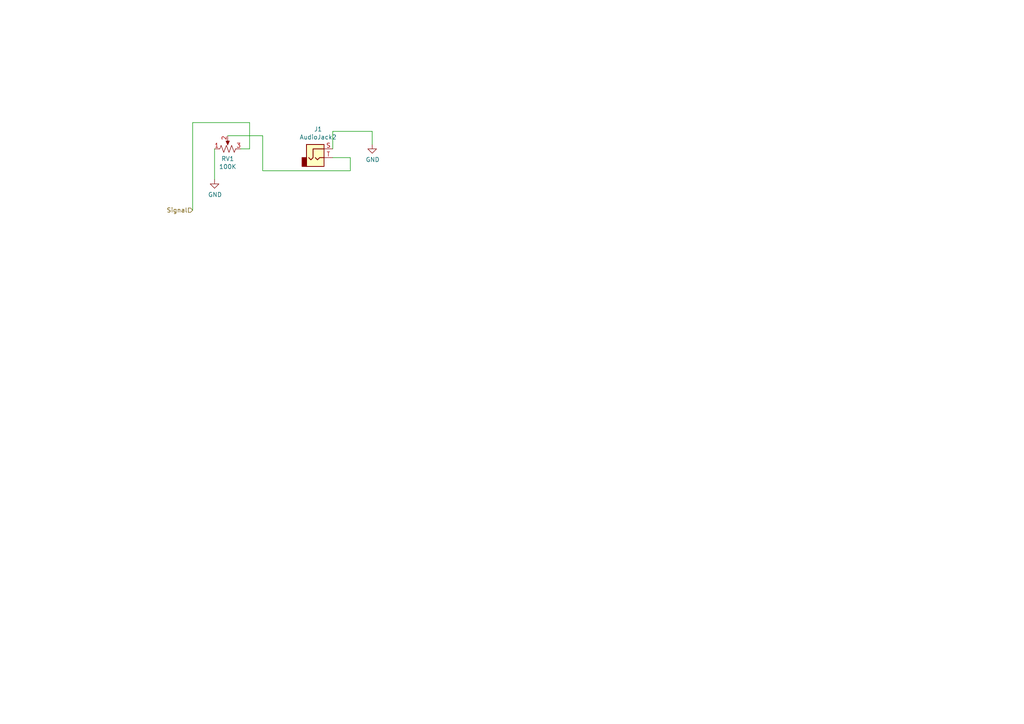
<source format=kicad_sch>
(kicad_sch (version 20211123) (generator eeschema)
  (paper "A4")
  (lib_symbols
    (symbol "Connector:AudioJack2"
      (property "Reference" "J" (at 0 8.89 0))
      (property "Value" "AudioJack2" (at 0 6.35 0))
      (symbol "AudioJack2_0_1"
        (rectangle (start -3.81 0) (end -2.54 -2.54) (stroke (width 0.254)) (fill (type outline)))
        (rectangle (start -2.54 3.81) (end 2.54 -2.54) (stroke (width 0.254)) (fill (type background)))
        (polyline (pts (xy 0 0) (xy 0.635 -0.635) (xy 1.27 0) (xy 2.54 0)) (stroke (width 0.254)))
        (polyline (pts (xy 2.54 2.54) (xy -0.635 2.54) (xy -0.635 0) (xy -1.27 -0.635) (xy -1.905 0)) (stroke (width 0.254)))
      )
      (symbol "AudioJack2_1_1"
        (pin passive line (at 5.08 2.54 180) (length 2.54) (name "~") (number "S"))
        (pin passive line (at 5.08 0 180) (length 2.54) (name "~") (number "T"))
      )
    )
    (symbol "Device:R_Potentiometer_US" (pin_names (offset 1.016) hide)
      (property "Reference" "RV" (at -4.445 0 90))
      (property "Value" "R_Potentiometer_US" (at -2.54 0 90))
      (symbol "R_Potentiometer_US_0_1"
        (polyline (pts (xy 0 -2.286) (xy 0 -2.54)))
        (polyline (pts (xy 0 2.54) (xy 0 2.286)))
        (polyline (pts (xy 2.54 0) (xy 1.524 0)))
        (polyline (pts (xy 1.143 0) (xy 2.286 0.508) (xy 2.286 -0.508) (xy 1.143 0)) (fill (type outline)))
        (polyline (pts (xy 0 -0.762) (xy 1.016 -1.143) (xy 0 -1.524) (xy -1.016 -1.905) (xy 0 -2.286)))
        (polyline (pts (xy 0 0.762) (xy 1.016 0.381) (xy 0 0) (xy -1.016 -0.381) (xy 0 -0.762)))
        (polyline (pts (xy 0 2.286) (xy 1.016 1.905) (xy 0 1.524) (xy -1.016 1.143) (xy 0 0.762)))
      )
      (symbol "R_Potentiometer_US_1_1"
        (pin passive line (at 0 3.81 270) (length 1.27) (name "1") (number "1"))
        (pin passive line (at 3.81 0 180) (length 1.27) (name "2") (number "2"))
        (pin passive line (at 0 -3.81 90) (length 1.27) (name "3") (number "3"))
      )
    )
    (symbol "power:GND" (power) (pin_names (offset 0))
      (property "Value" "GND" (at 0 -3.81 0))
      (symbol "GND_0_1"
        (polyline (pts (xy 0 0) (xy 0 -1.27) (xy 1.27 -1.27) (xy 0 -2.54) (xy -1.27 -1.27) (xy 0 -1.27)))
      )
      (symbol "GND_1_1"
        (pin power_in line (at 0 0 270) (length 0) hide (name "GND") (number "1"))
      )
    )
  )
  (wire (pts (xy 76.2 39.37) (xy 76.2 49.53)))
  (wire (pts (xy 62.23 43.18) (xy 62.23 52.07)))
  (wire (pts (xy 101.6 45.72) (xy 101.6 49.53)))
  (wire (pts (xy 96.52 38.1) (xy 107.95 38.1)))
  (wire (pts (xy 55.88 35.56) (xy 55.88 60.96)))
  (wire (pts (xy 107.95 38.1) (xy 107.95 41.91)))
  (wire (pts (xy 69.85 43.18) (xy 72.39 43.18)))
  (wire (pts (xy 101.6 49.53) (xy 76.2 49.53)))
  (wire (pts (xy 66.04 39.37) (xy 76.2 39.37)))
  (wire (pts (xy 72.39 35.56) (xy 72.39 43.18)))
  (wire (pts (xy 96.52 43.18) (xy 96.52 38.1)))
  (wire (pts (xy 96.52 45.72) (xy 101.6 45.72)))
  (wire (pts (xy 55.88 35.56) (xy 72.39 35.56)))
  (hierarchical_label "Signal" (shape input) (at 55.88 60.96 180))
  (symbol (lib_id "Connector:AudioJack2") (at 91.44 45.72 0)
    (property "Reference" "J1" (at 92.2528 37.465 0))
    (property "Value" "AudioJack2" (at 92.2528 39.7764 0))
    (property "Footprint" "SynthDiy:PJ301BM" (effects hide))
  )
  (symbol (lib_id "power:GND") (at 107.95 41.91 0)
    (property "Reference" "#PWR0106" (effects hide))
    (property "Value" "GND" (at 108.077 46.3042 0))
  )
  (symbol (lib_id "power:GND") (at 62.23 52.07 0)
    (property "Reference" "#PWR0107" (effects hide))
    (property "Value" "GND" (at 62.357 56.4642 0))
  )
  (symbol (lib_id "Device:R_Potentiometer_US") (at 66.04 43.18 90)
    (property "Reference" "RV1" (at 66.04 46.0502 90))
    (property "Value" "100K" (at 66.04 48.3616 90))
    (property "Footprint" "SynthDiy:Potentiometer_Alpha_Single_Vertical" (effects hide))
  )
)
</source>
